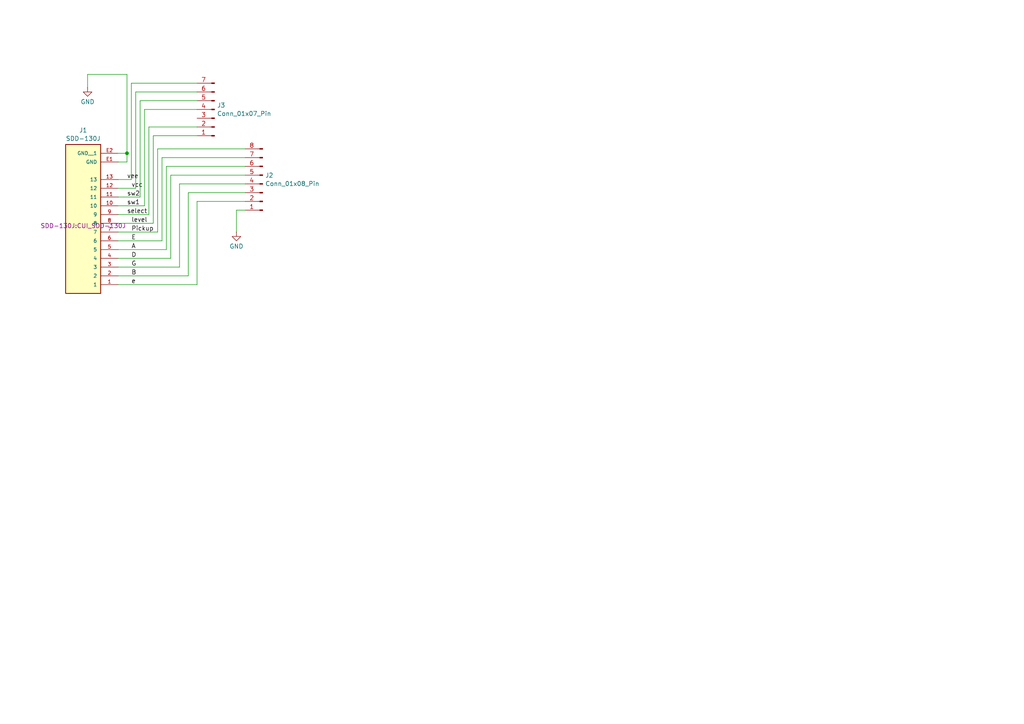
<source format=kicad_sch>
(kicad_sch (version 20231120) (generator "eeschema") (generator_version "8.0")
  (paper "A4")
  (lib_symbols
    (symbol "Connector:Conn_01x07_Pin" (pin_names (offset 1.016) hide)
      (property "Reference" "J" (at 0 10.16 0))
      (property "Value" "Conn_01x07_Pin" (at 0 -10.16 0))
      (symbol "Conn_01x07_Pin_1_1"
        (polyline (pts (xy 1.27 -7.62) (xy 0.8636 -7.62)) (stroke (width 0.1524)))
        (polyline (pts (xy 1.27 -5.08) (xy 0.8636 -5.08)) (stroke (width 0.1524)))
        (polyline (pts (xy 1.27 -2.54) (xy 0.8636 -2.54)) (stroke (width 0.1524)))
        (polyline (pts (xy 1.27 0) (xy 0.8636 0)) (stroke (width 0.1524)))
        (polyline (pts (xy 1.27 2.54) (xy 0.8636 2.54)) (stroke (width 0.1524)))
        (polyline (pts (xy 1.27 5.08) (xy 0.8636 5.08)) (stroke (width 0.1524)))
        (polyline (pts (xy 1.27 7.62) (xy 0.8636 7.62)) (stroke (width 0.1524)))
        (rectangle (start 0.8636 -7.493) (end 0 -7.747) (stroke (width 0.1524)) (fill (type outline)))
        (rectangle (start 0.8636 -4.953) (end 0 -5.207) (stroke (width 0.1524)) (fill (type outline)))
        (rectangle (start 0.8636 -2.413) (end 0 -2.667) (stroke (width 0.1524)) (fill (type outline)))
        (rectangle (start 0.8636 0.127) (end 0 -0.127) (stroke (width 0.1524)) (fill (type outline)))
        (rectangle (start 0.8636 2.667) (end 0 2.413) (stroke (width 0.1524)) (fill (type outline)))
        (rectangle (start 0.8636 5.207) (end 0 4.953) (stroke (width 0.1524)) (fill (type outline)))
        (rectangle (start 0.8636 7.747) (end 0 7.493) (stroke (width 0.1524)) (fill (type outline)))
        (pin passive line (at 5.08 7.62 180) (length 3.81) (name "Pin_1") (number "1"))
        (pin passive line (at 5.08 5.08 180) (length 3.81) (name "Pin_2") (number "2"))
        (pin passive line (at 5.08 2.54 180) (length 3.81) (name "Pin_3") (number "3"))
        (pin passive line (at 5.08 0 180) (length 3.81) (name "Pin_4") (number "4"))
        (pin passive line (at 5.08 -2.54 180) (length 3.81) (name "Pin_5") (number "5"))
        (pin passive line (at 5.08 -5.08 180) (length 3.81) (name "Pin_6") (number "6"))
        (pin passive line (at 5.08 -7.62 180) (length 3.81) (name "Pin_7") (number "7"))
      )
    )
    (symbol "Connector:Conn_01x08_Pin" (pin_names (offset 1.016) hide)
      (property "Reference" "J" (at 0 10.16 0))
      (property "Value" "Conn_01x08_Pin" (at 0 -12.7 0))
      (symbol "Conn_01x08_Pin_1_1"
        (polyline (pts (xy 1.27 -10.16) (xy 0.8636 -10.16)) (stroke (width 0.1524)))
        (polyline (pts (xy 1.27 -7.62) (xy 0.8636 -7.62)) (stroke (width 0.1524)))
        (polyline (pts (xy 1.27 -5.08) (xy 0.8636 -5.08)) (stroke (width 0.1524)))
        (polyline (pts (xy 1.27 -2.54) (xy 0.8636 -2.54)) (stroke (width 0.1524)))
        (polyline (pts (xy 1.27 0) (xy 0.8636 0)) (stroke (width 0.1524)))
        (polyline (pts (xy 1.27 2.54) (xy 0.8636 2.54)) (stroke (width 0.1524)))
        (polyline (pts (xy 1.27 5.08) (xy 0.8636 5.08)) (stroke (width 0.1524)))
        (polyline (pts (xy 1.27 7.62) (xy 0.8636 7.62)) (stroke (width 0.1524)))
        (rectangle (start 0.8636 -10.033) (end 0 -10.287) (stroke (width 0.1524)) (fill (type outline)))
        (rectangle (start 0.8636 -7.493) (end 0 -7.747) (stroke (width 0.1524)) (fill (type outline)))
        (rectangle (start 0.8636 -4.953) (end 0 -5.207) (stroke (width 0.1524)) (fill (type outline)))
        (rectangle (start 0.8636 -2.413) (end 0 -2.667) (stroke (width 0.1524)) (fill (type outline)))
        (rectangle (start 0.8636 0.127) (end 0 -0.127) (stroke (width 0.1524)) (fill (type outline)))
        (rectangle (start 0.8636 2.667) (end 0 2.413) (stroke (width 0.1524)) (fill (type outline)))
        (rectangle (start 0.8636 5.207) (end 0 4.953) (stroke (width 0.1524)) (fill (type outline)))
        (rectangle (start 0.8636 7.747) (end 0 7.493) (stroke (width 0.1524)) (fill (type outline)))
        (pin passive line (at 5.08 7.62 180) (length 3.81) (name "Pin_1") (number "1"))
        (pin passive line (at 5.08 5.08 180) (length 3.81) (name "Pin_2") (number "2"))
        (pin passive line (at 5.08 2.54 180) (length 3.81) (name "Pin_3") (number "3"))
        (pin passive line (at 5.08 0 180) (length 3.81) (name "Pin_4") (number "4"))
        (pin passive line (at 5.08 -2.54 180) (length 3.81) (name "Pin_5") (number "5"))
        (pin passive line (at 5.08 -5.08 180) (length 3.81) (name "Pin_6") (number "6"))
        (pin passive line (at 5.08 -7.62 180) (length 3.81) (name "Pin_7") (number "7"))
        (pin passive line (at 5.08 -10.16 180) (length 3.81) (name "Pin_8") (number "8"))
      )
    )
    (symbol "GK13:SDD-130J" (pin_names (offset 1.016))
      (property "Reference" "J" (at -5.08 21.59 0))
      (property "Value" "SDD-130J" (at -5.08 -24.13 0))
      (symbol "SDD-130J_0_0"
        (rectangle (start -5.08 -22.86) (end 5.08 20.32) (stroke (width 0.254)) (fill (type background)))
        (pin passive line (at -10.16 17.78 0) (length 5.08) (name "1") (number "1"))
        (pin passive line (at -10.16 -5.08 0) (length 5.08) (name "10") (number "10"))
        (pin passive line (at -10.16 -7.62 0) (length 5.08) (name "11") (number "11"))
        (pin passive line (at -10.16 -10.16 0) (length 5.08) (name "12") (number "12"))
        (pin passive line (at -10.16 -12.7 0) (length 5.08) (name "13") (number "13"))
        (pin passive line (at -10.16 15.24 0) (length 5.08) (name "2") (number "2"))
        (pin passive line (at -10.16 12.7 0) (length 5.08) (name "3") (number "3"))
        (pin passive line (at -10.16 10.16 0) (length 5.08) (name "4") (number "4"))
        (pin passive line (at -10.16 7.62 0) (length 5.08) (name "5") (number "5"))
        (pin passive line (at -10.16 5.08 0) (length 5.08) (name "6") (number "6"))
        (pin passive line (at -10.16 2.54 0) (length 5.08) (name "7") (number "7"))
        (pin passive line (at -10.16 0 0) (length 5.08) (name "8") (number "8"))
        (pin passive line (at -10.16 -2.54 0) (length 5.08) (name "9") (number "9"))
        (pin power_in line (at -10.16 -17.78 0) (length 5.08) (name "GND") (number "E1"))
        (pin power_in line (at -10.16 -20.32 0) (length 5.08) (name "GND__1") (number "E2"))
      )
    )
    (symbol "power:GND" (power) (pin_numbers hide) (pin_names (offset 0) hide)
      (property "Value" "GND" (at 0 -3.81 0))
      (symbol "GND_0_1"
        (polyline (pts (xy 0 0) (xy 0 -1.27) (xy 1.27 -1.27) (xy 0 -2.54) (xy -1.27 -1.27) (xy 0 -1.27)))
      )
      (symbol "GND_1_1"
        (pin power_in line (at 0 0 270) (length 0) (name "~") (number "1"))
      )
    )
  )
  (junction (at 36.83 44.45))
  (wire (pts (xy 45.72 67.31) (xy 45.72 43.18)))
  (wire (pts (xy 34.29 80.01) (xy 54.61 80.01)))
  (wire (pts (xy 48.26 48.26) (xy 71.12 48.26)))
  (wire (pts (xy 39.37 26.67) (xy 57.15 26.67)))
  (wire (pts (xy 34.29 62.23) (xy 43.18 62.23)))
  (wire (pts (xy 43.18 36.83) (xy 43.18 62.23)))
  (wire (pts (xy 38.1 24.13) (xy 38.1 52.07)))
  (wire (pts (xy 45.72 43.18) (xy 71.12 43.18)))
  (wire (pts (xy 34.29 77.47) (xy 52.07 77.47)))
  (wire (pts (xy 44.45 39.37) (xy 44.45 64.77)))
  (wire (pts (xy 25.4 25.4) (xy 25.4 21.59)))
  (wire (pts (xy 41.91 31.75) (xy 57.15 31.75)))
  (wire (pts (xy 57.15 39.37) (xy 44.45 39.37)))
  (wire (pts (xy 39.37 26.67) (xy 39.37 54.61)))
  (wire (pts (xy 34.29 72.39) (xy 48.26 72.39)))
  (wire (pts (xy 49.53 50.8) (xy 71.12 50.8)))
  (wire (pts (xy 43.18 36.83) (xy 57.15 36.83)))
  (wire (pts (xy 36.83 44.45) (xy 34.29 44.45)))
  (wire (pts (xy 54.61 55.88) (xy 71.12 55.88)))
  (wire (pts (xy 44.45 64.77) (xy 34.29 64.77)))
  (wire (pts (xy 34.29 74.93) (xy 49.53 74.93)))
  (wire (pts (xy 40.64 29.21) (xy 57.15 29.21)))
  (wire (pts (xy 57.15 58.42) (xy 71.12 58.42)))
  (wire (pts (xy 40.64 57.15) (xy 40.64 29.21)))
  (wire (pts (xy 34.29 52.07) (xy 38.1 52.07)))
  (wire (pts (xy 46.99 45.72) (xy 46.99 69.85)))
  (wire (pts (xy 34.29 57.15) (xy 40.64 57.15)))
  (wire (pts (xy 49.53 74.93) (xy 49.53 50.8)))
  (wire (pts (xy 48.26 72.39) (xy 48.26 48.26)))
  (wire (pts (xy 36.83 21.59) (xy 36.83 44.45)))
  (wire (pts (xy 68.58 60.96) (xy 71.12 60.96)))
  (wire (pts (xy 34.29 82.55) (xy 57.15 82.55)))
  (wire (pts (xy 71.12 45.72) (xy 46.99 45.72)))
  (wire (pts (xy 54.61 80.01) (xy 54.61 55.88)))
  (wire (pts (xy 34.29 67.31) (xy 45.72 67.31)))
  (wire (pts (xy 36.83 44.45) (xy 36.83 46.99)))
  (wire (pts (xy 57.15 82.55) (xy 57.15 58.42)))
  (wire (pts (xy 68.58 67.31) (xy 68.58 60.96)))
  (wire (pts (xy 34.29 46.99) (xy 36.83 46.99)))
  (wire (pts (xy 41.91 31.75) (xy 41.91 59.69)))
  (wire (pts (xy 46.99 69.85) (xy 34.29 69.85)))
  (wire (pts (xy 52.07 77.47) (xy 52.07 53.34)))
  (wire (pts (xy 34.29 54.61) (xy 39.37 54.61)))
  (wire (pts (xy 57.15 24.13) (xy 38.1 24.13)))
  (wire (pts (xy 25.4 21.59) (xy 36.83 21.59)))
  (wire (pts (xy 34.29 59.69) (xy 41.91 59.69)))
  (wire (pts (xy 52.07 53.34) (xy 71.12 53.34)))
  (label "D" (at 38.1 74.93 0))
  (label "A" (at 38.1 72.39 0))
  (label "vee" (at 36.83 52.07 0))
  (label "B" (at 38.1 80.01 0))
  (label "sw1" (at 36.83 59.69 0))
  (label "G" (at 38.1 77.47 0))
  (label "sw2" (at 36.83 57.15 0))
  (label "vcc" (at 38.1 54.61 0))
  (label "e" (at 38.1 82.55 0))
  (label "E" (at 38.1 69.85 0))
  (label "Pickup" (at 38.1 67.31 0))
  (label "select" (at 36.83 62.23 0))
  (label "level" (at 38.1 64.77 0))
  (symbol (lib_id "Connector:Conn_01x07_Pin") (at 62.23 31.75 180) (unit 1)
    (property "Reference" "J3" (at 62.9412 30.5378 0) (effects (justify right)))
    (property "Value" "Conn_01x07_Pin" (at 62.9412 32.9621 0) (effects (justify right)))
    (property "Footprint" "Connector_PinHeader_2.54mm:PinHeader_1x07_P2.54mm_Vertical" (effects (hide yes)))
    (property "Description" "Generic connector, single row, 01x07, script generated" (effects (hide yes)))
  )
  (symbol (lib_id "Connector:Conn_01x08_Pin") (at 76.2 53.34 180) (unit 1)
    (property "Reference" "J2" (at 76.9112 50.8578 0) (effects (justify right)))
    (property "Value" "Conn_01x08_Pin" (at 76.9112 53.2821 0) (effects (justify right)))
    (property "Footprint" "Connector_PinHeader_2.54mm:PinHeader_1x08_P2.54mm_Vertical" (effects (hide yes)))
    (property "Description" "Generic connector, single row, 01x08, script generated" (effects (hide yes)))
  )
  (symbol (lib_id "power:GND") (at 25.4 25.4 0) (unit 1)
    (property "Reference" "#PWR01" (effects (hide yes)))
    (property "Value" "GND" (at 25.4 29.5331 0))
    (property "Description" "Power symbol creates a global label with name \"GND\" , ground" (effects (hide yes)))
  )
  (symbol (lib_id "power:GND") (at 68.58 67.31 0) (unit 1)
    (property "Reference" "#PWR02" (effects (hide yes)))
    (property "Value" "GND" (at 68.58 71.4431 0))
    (property "Description" "Power symbol creates a global label with name \"GND\" , ground" (effects (hide yes)))
  )
  (symbol (lib_id "GK13:SDD-130J") (at 24.13 64.77 180) (unit 1)
    (property "Reference" "J1" (at 24.13 37.7655 0))
    (property "Value" "SDD-130J" (at 24.13 40.1898 0))
    (property "Footprint" "SDD-130J:CUI_SDD-130J" (at 24.13 64.77 0) (effects (justify bottom)))
    (property "PARTREV" "1.06/02-13-2020" (effects (hide yes)))
    (property "STANDARD" "Manufacturer Recommendations" (effects (hide yes)))
    (property "MAXIMUM_PACKAGE_HEIGHT" "19.80mm" (effects (hide yes)))
    (property "MANUFACTURER" "CUI Devices" (effects (hide yes)))
  )
)
</source>
